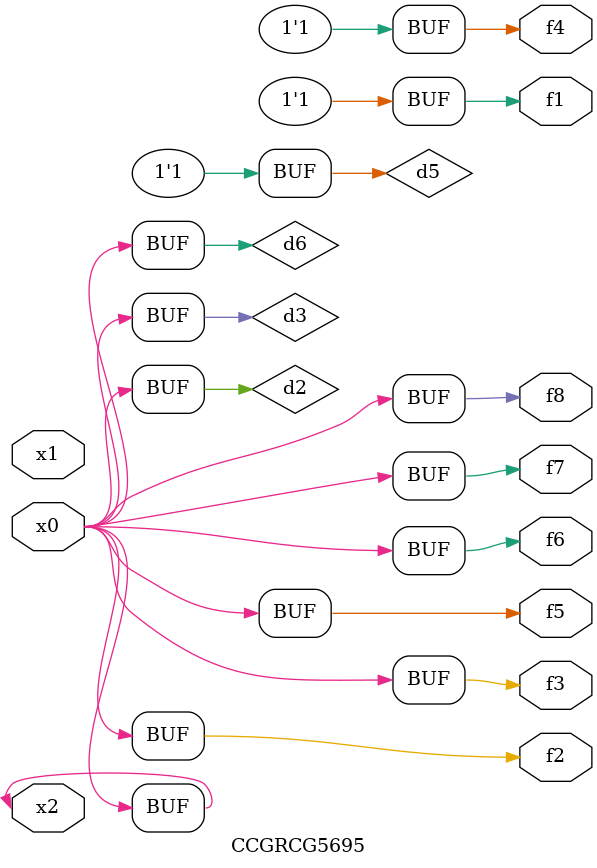
<source format=v>
module CCGRCG5695(
	input x0, x1, x2,
	output f1, f2, f3, f4, f5, f6, f7, f8
);

	wire d1, d2, d3, d4, d5, d6;

	xnor (d1, x2);
	buf (d2, x0, x2);
	and (d3, x0);
	xnor (d4, x1, x2);
	nand (d5, d1, d3);
	buf (d6, d2, d3);
	assign f1 = d5;
	assign f2 = d6;
	assign f3 = d6;
	assign f4 = d5;
	assign f5 = d6;
	assign f6 = d6;
	assign f7 = d6;
	assign f8 = d6;
endmodule

</source>
